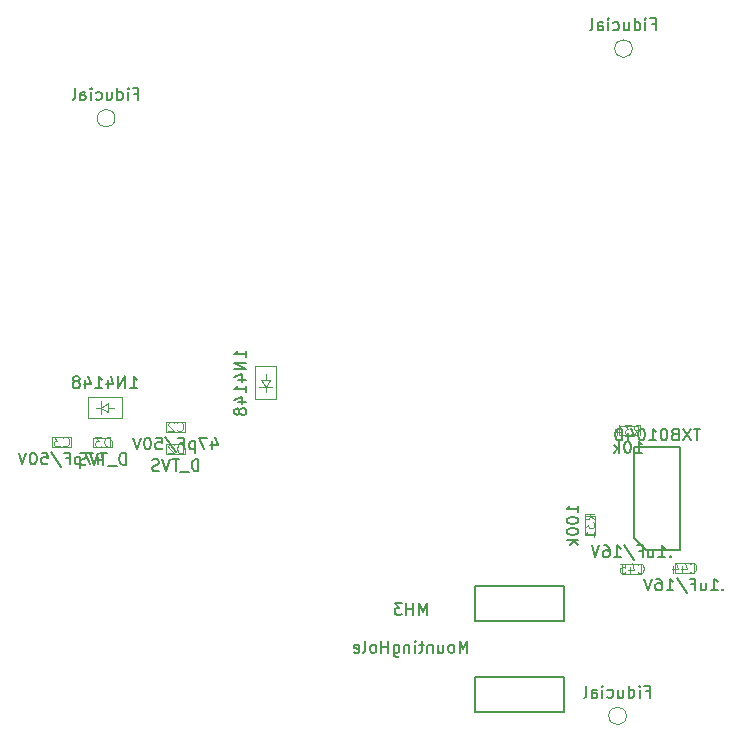
<source format=gbr>
G04 #@! TF.GenerationSoftware,KiCad,Pcbnew,8.0.8+dfsg-1*
G04 #@! TF.CreationDate,2025-03-16T16:51:27-04:00*
G04 #@! TF.ProjectId,RUST_Daughterboard,52555354-5f44-4617-9567-68746572626f,rev?*
G04 #@! TF.SameCoordinates,Original*
G04 #@! TF.FileFunction,AssemblyDrawing,Bot*
%FSLAX46Y46*%
G04 Gerber Fmt 4.6, Leading zero omitted, Abs format (unit mm)*
G04 Created by KiCad (PCBNEW 8.0.8+dfsg-1) date 2025-03-16 16:51:27*
%MOMM*%
%LPD*%
G01*
G04 APERTURE LIST*
%ADD10C,0.150000*%
%ADD11C,0.120000*%
%ADD12C,0.100000*%
G04 APERTURE END LIST*
D10*
X129853571Y-115734819D02*
X129853571Y-114734819D01*
X129853571Y-114734819D02*
X129615476Y-114734819D01*
X129615476Y-114734819D02*
X129472619Y-114782438D01*
X129472619Y-114782438D02*
X129377381Y-114877676D01*
X129377381Y-114877676D02*
X129329762Y-114972914D01*
X129329762Y-114972914D02*
X129282143Y-115163390D01*
X129282143Y-115163390D02*
X129282143Y-115306247D01*
X129282143Y-115306247D02*
X129329762Y-115496723D01*
X129329762Y-115496723D02*
X129377381Y-115591961D01*
X129377381Y-115591961D02*
X129472619Y-115687200D01*
X129472619Y-115687200D02*
X129615476Y-115734819D01*
X129615476Y-115734819D02*
X129853571Y-115734819D01*
X129091667Y-115830057D02*
X128329762Y-115830057D01*
X128234523Y-114734819D02*
X127663095Y-114734819D01*
X127948809Y-115734819D02*
X127948809Y-114734819D01*
X127472618Y-114734819D02*
X127139285Y-115734819D01*
X127139285Y-115734819D02*
X126805952Y-114734819D01*
X126520237Y-115687200D02*
X126377380Y-115734819D01*
X126377380Y-115734819D02*
X126139285Y-115734819D01*
X126139285Y-115734819D02*
X126044047Y-115687200D01*
X126044047Y-115687200D02*
X125996428Y-115639580D01*
X125996428Y-115639580D02*
X125948809Y-115544342D01*
X125948809Y-115544342D02*
X125948809Y-115449104D01*
X125948809Y-115449104D02*
X125996428Y-115353866D01*
X125996428Y-115353866D02*
X126044047Y-115306247D01*
X126044047Y-115306247D02*
X126139285Y-115258628D01*
X126139285Y-115258628D02*
X126329761Y-115211009D01*
X126329761Y-115211009D02*
X126424999Y-115163390D01*
X126424999Y-115163390D02*
X126472618Y-115115771D01*
X126472618Y-115115771D02*
X126520237Y-115020533D01*
X126520237Y-115020533D02*
X126520237Y-114925295D01*
X126520237Y-114925295D02*
X126472618Y-114830057D01*
X126472618Y-114830057D02*
X126424999Y-114782438D01*
X126424999Y-114782438D02*
X126329761Y-114734819D01*
X126329761Y-114734819D02*
X126091666Y-114734819D01*
X126091666Y-114734819D02*
X125948809Y-114782438D01*
D11*
X128515475Y-114213855D02*
X128515475Y-113413855D01*
X128515475Y-113413855D02*
X128324999Y-113413855D01*
X128324999Y-113413855D02*
X128210713Y-113451950D01*
X128210713Y-113451950D02*
X128134523Y-113528140D01*
X128134523Y-113528140D02*
X128096428Y-113604331D01*
X128096428Y-113604331D02*
X128058332Y-113756712D01*
X128058332Y-113756712D02*
X128058332Y-113870998D01*
X128058332Y-113870998D02*
X128096428Y-114023379D01*
X128096428Y-114023379D02*
X128134523Y-114099569D01*
X128134523Y-114099569D02*
X128210713Y-114175760D01*
X128210713Y-114175760D02*
X128324999Y-114213855D01*
X128324999Y-114213855D02*
X128515475Y-114213855D01*
X127791666Y-113413855D02*
X127296428Y-113413855D01*
X127296428Y-113413855D02*
X127563094Y-113718617D01*
X127563094Y-113718617D02*
X127448809Y-113718617D01*
X127448809Y-113718617D02*
X127372618Y-113756712D01*
X127372618Y-113756712D02*
X127334523Y-113794807D01*
X127334523Y-113794807D02*
X127296428Y-113870998D01*
X127296428Y-113870998D02*
X127296428Y-114061474D01*
X127296428Y-114061474D02*
X127334523Y-114137664D01*
X127334523Y-114137664D02*
X127372618Y-114175760D01*
X127372618Y-114175760D02*
X127448809Y-114213855D01*
X127448809Y-114213855D02*
X127677380Y-114213855D01*
X127677380Y-114213855D02*
X127753571Y-114175760D01*
X127753571Y-114175760D02*
X127791666Y-114137664D01*
D10*
X136003571Y-116284819D02*
X136003571Y-115284819D01*
X136003571Y-115284819D02*
X135765476Y-115284819D01*
X135765476Y-115284819D02*
X135622619Y-115332438D01*
X135622619Y-115332438D02*
X135527381Y-115427676D01*
X135527381Y-115427676D02*
X135479762Y-115522914D01*
X135479762Y-115522914D02*
X135432143Y-115713390D01*
X135432143Y-115713390D02*
X135432143Y-115856247D01*
X135432143Y-115856247D02*
X135479762Y-116046723D01*
X135479762Y-116046723D02*
X135527381Y-116141961D01*
X135527381Y-116141961D02*
X135622619Y-116237200D01*
X135622619Y-116237200D02*
X135765476Y-116284819D01*
X135765476Y-116284819D02*
X136003571Y-116284819D01*
X135241667Y-116380057D02*
X134479762Y-116380057D01*
X134384523Y-115284819D02*
X133813095Y-115284819D01*
X134098809Y-116284819D02*
X134098809Y-115284819D01*
X133622618Y-115284819D02*
X133289285Y-116284819D01*
X133289285Y-116284819D02*
X132955952Y-115284819D01*
X132670237Y-116237200D02*
X132527380Y-116284819D01*
X132527380Y-116284819D02*
X132289285Y-116284819D01*
X132289285Y-116284819D02*
X132194047Y-116237200D01*
X132194047Y-116237200D02*
X132146428Y-116189580D01*
X132146428Y-116189580D02*
X132098809Y-116094342D01*
X132098809Y-116094342D02*
X132098809Y-115999104D01*
X132098809Y-115999104D02*
X132146428Y-115903866D01*
X132146428Y-115903866D02*
X132194047Y-115856247D01*
X132194047Y-115856247D02*
X132289285Y-115808628D01*
X132289285Y-115808628D02*
X132479761Y-115761009D01*
X132479761Y-115761009D02*
X132574999Y-115713390D01*
X132574999Y-115713390D02*
X132622618Y-115665771D01*
X132622618Y-115665771D02*
X132670237Y-115570533D01*
X132670237Y-115570533D02*
X132670237Y-115475295D01*
X132670237Y-115475295D02*
X132622618Y-115380057D01*
X132622618Y-115380057D02*
X132574999Y-115332438D01*
X132574999Y-115332438D02*
X132479761Y-115284819D01*
X132479761Y-115284819D02*
X132241666Y-115284819D01*
X132241666Y-115284819D02*
X132098809Y-115332438D01*
D11*
X134665475Y-114763855D02*
X134665475Y-113963855D01*
X134665475Y-113963855D02*
X134474999Y-113963855D01*
X134474999Y-113963855D02*
X134360713Y-114001950D01*
X134360713Y-114001950D02*
X134284523Y-114078140D01*
X134284523Y-114078140D02*
X134246428Y-114154331D01*
X134246428Y-114154331D02*
X134208332Y-114306712D01*
X134208332Y-114306712D02*
X134208332Y-114420998D01*
X134208332Y-114420998D02*
X134246428Y-114573379D01*
X134246428Y-114573379D02*
X134284523Y-114649569D01*
X134284523Y-114649569D02*
X134360713Y-114725760D01*
X134360713Y-114725760D02*
X134474999Y-114763855D01*
X134474999Y-114763855D02*
X134665475Y-114763855D01*
X133903571Y-114040045D02*
X133865475Y-114001950D01*
X133865475Y-114001950D02*
X133789285Y-113963855D01*
X133789285Y-113963855D02*
X133598809Y-113963855D01*
X133598809Y-113963855D02*
X133522618Y-114001950D01*
X133522618Y-114001950D02*
X133484523Y-114040045D01*
X133484523Y-114040045D02*
X133446428Y-114116236D01*
X133446428Y-114116236D02*
X133446428Y-114192426D01*
X133446428Y-114192426D02*
X133484523Y-114306712D01*
X133484523Y-114306712D02*
X133941666Y-114763855D01*
X133941666Y-114763855D02*
X133446428Y-114763855D01*
D10*
X174380952Y-78431009D02*
X174714285Y-78431009D01*
X174714285Y-78954819D02*
X174714285Y-77954819D01*
X174714285Y-77954819D02*
X174238095Y-77954819D01*
X173857142Y-78954819D02*
X173857142Y-78288152D01*
X173857142Y-77954819D02*
X173904761Y-78002438D01*
X173904761Y-78002438D02*
X173857142Y-78050057D01*
X173857142Y-78050057D02*
X173809523Y-78002438D01*
X173809523Y-78002438D02*
X173857142Y-77954819D01*
X173857142Y-77954819D02*
X173857142Y-78050057D01*
X172952381Y-78954819D02*
X172952381Y-77954819D01*
X172952381Y-78907200D02*
X173047619Y-78954819D01*
X173047619Y-78954819D02*
X173238095Y-78954819D01*
X173238095Y-78954819D02*
X173333333Y-78907200D01*
X173333333Y-78907200D02*
X173380952Y-78859580D01*
X173380952Y-78859580D02*
X173428571Y-78764342D01*
X173428571Y-78764342D02*
X173428571Y-78478628D01*
X173428571Y-78478628D02*
X173380952Y-78383390D01*
X173380952Y-78383390D02*
X173333333Y-78335771D01*
X173333333Y-78335771D02*
X173238095Y-78288152D01*
X173238095Y-78288152D02*
X173047619Y-78288152D01*
X173047619Y-78288152D02*
X172952381Y-78335771D01*
X172047619Y-78288152D02*
X172047619Y-78954819D01*
X172476190Y-78288152D02*
X172476190Y-78811961D01*
X172476190Y-78811961D02*
X172428571Y-78907200D01*
X172428571Y-78907200D02*
X172333333Y-78954819D01*
X172333333Y-78954819D02*
X172190476Y-78954819D01*
X172190476Y-78954819D02*
X172095238Y-78907200D01*
X172095238Y-78907200D02*
X172047619Y-78859580D01*
X171142857Y-78907200D02*
X171238095Y-78954819D01*
X171238095Y-78954819D02*
X171428571Y-78954819D01*
X171428571Y-78954819D02*
X171523809Y-78907200D01*
X171523809Y-78907200D02*
X171571428Y-78859580D01*
X171571428Y-78859580D02*
X171619047Y-78764342D01*
X171619047Y-78764342D02*
X171619047Y-78478628D01*
X171619047Y-78478628D02*
X171571428Y-78383390D01*
X171571428Y-78383390D02*
X171523809Y-78335771D01*
X171523809Y-78335771D02*
X171428571Y-78288152D01*
X171428571Y-78288152D02*
X171238095Y-78288152D01*
X171238095Y-78288152D02*
X171142857Y-78335771D01*
X170714285Y-78954819D02*
X170714285Y-78288152D01*
X170714285Y-77954819D02*
X170761904Y-78002438D01*
X170761904Y-78002438D02*
X170714285Y-78050057D01*
X170714285Y-78050057D02*
X170666666Y-78002438D01*
X170666666Y-78002438D02*
X170714285Y-77954819D01*
X170714285Y-77954819D02*
X170714285Y-78050057D01*
X169809524Y-78954819D02*
X169809524Y-78431009D01*
X169809524Y-78431009D02*
X169857143Y-78335771D01*
X169857143Y-78335771D02*
X169952381Y-78288152D01*
X169952381Y-78288152D02*
X170142857Y-78288152D01*
X170142857Y-78288152D02*
X170238095Y-78335771D01*
X169809524Y-78907200D02*
X169904762Y-78954819D01*
X169904762Y-78954819D02*
X170142857Y-78954819D01*
X170142857Y-78954819D02*
X170238095Y-78907200D01*
X170238095Y-78907200D02*
X170285714Y-78811961D01*
X170285714Y-78811961D02*
X170285714Y-78716723D01*
X170285714Y-78716723D02*
X170238095Y-78621485D01*
X170238095Y-78621485D02*
X170142857Y-78573866D01*
X170142857Y-78573866D02*
X169904762Y-78573866D01*
X169904762Y-78573866D02*
X169809524Y-78526247D01*
X169190476Y-78954819D02*
X169285714Y-78907200D01*
X169285714Y-78907200D02*
X169333333Y-78811961D01*
X169333333Y-78811961D02*
X169333333Y-77954819D01*
X137171428Y-113768152D02*
X137171428Y-114434819D01*
X137409523Y-113387200D02*
X137647618Y-114101485D01*
X137647618Y-114101485D02*
X137028571Y-114101485D01*
X136742856Y-113434819D02*
X136076190Y-113434819D01*
X136076190Y-113434819D02*
X136504761Y-114434819D01*
X135695237Y-113768152D02*
X135695237Y-114768152D01*
X135695237Y-113815771D02*
X135599999Y-113768152D01*
X135599999Y-113768152D02*
X135409523Y-113768152D01*
X135409523Y-113768152D02*
X135314285Y-113815771D01*
X135314285Y-113815771D02*
X135266666Y-113863390D01*
X135266666Y-113863390D02*
X135219047Y-113958628D01*
X135219047Y-113958628D02*
X135219047Y-114244342D01*
X135219047Y-114244342D02*
X135266666Y-114339580D01*
X135266666Y-114339580D02*
X135314285Y-114387200D01*
X135314285Y-114387200D02*
X135409523Y-114434819D01*
X135409523Y-114434819D02*
X135599999Y-114434819D01*
X135599999Y-114434819D02*
X135695237Y-114387200D01*
X134457142Y-113911009D02*
X134790475Y-113911009D01*
X134790475Y-114434819D02*
X134790475Y-113434819D01*
X134790475Y-113434819D02*
X134314285Y-113434819D01*
X133219047Y-113387200D02*
X134076189Y-114672914D01*
X132409523Y-113434819D02*
X132885713Y-113434819D01*
X132885713Y-113434819D02*
X132933332Y-113911009D01*
X132933332Y-113911009D02*
X132885713Y-113863390D01*
X132885713Y-113863390D02*
X132790475Y-113815771D01*
X132790475Y-113815771D02*
X132552380Y-113815771D01*
X132552380Y-113815771D02*
X132457142Y-113863390D01*
X132457142Y-113863390D02*
X132409523Y-113911009D01*
X132409523Y-113911009D02*
X132361904Y-114006247D01*
X132361904Y-114006247D02*
X132361904Y-114244342D01*
X132361904Y-114244342D02*
X132409523Y-114339580D01*
X132409523Y-114339580D02*
X132457142Y-114387200D01*
X132457142Y-114387200D02*
X132552380Y-114434819D01*
X132552380Y-114434819D02*
X132790475Y-114434819D01*
X132790475Y-114434819D02*
X132885713Y-114387200D01*
X132885713Y-114387200D02*
X132933332Y-114339580D01*
X131742856Y-113434819D02*
X131647618Y-113434819D01*
X131647618Y-113434819D02*
X131552380Y-113482438D01*
X131552380Y-113482438D02*
X131504761Y-113530057D01*
X131504761Y-113530057D02*
X131457142Y-113625295D01*
X131457142Y-113625295D02*
X131409523Y-113815771D01*
X131409523Y-113815771D02*
X131409523Y-114053866D01*
X131409523Y-114053866D02*
X131457142Y-114244342D01*
X131457142Y-114244342D02*
X131504761Y-114339580D01*
X131504761Y-114339580D02*
X131552380Y-114387200D01*
X131552380Y-114387200D02*
X131647618Y-114434819D01*
X131647618Y-114434819D02*
X131742856Y-114434819D01*
X131742856Y-114434819D02*
X131838094Y-114387200D01*
X131838094Y-114387200D02*
X131885713Y-114339580D01*
X131885713Y-114339580D02*
X131933332Y-114244342D01*
X131933332Y-114244342D02*
X131980951Y-114053866D01*
X131980951Y-114053866D02*
X131980951Y-113815771D01*
X131980951Y-113815771D02*
X131933332Y-113625295D01*
X131933332Y-113625295D02*
X131885713Y-113530057D01*
X131885713Y-113530057D02*
X131838094Y-113482438D01*
X131838094Y-113482438D02*
X131742856Y-113434819D01*
X131123808Y-113434819D02*
X130790475Y-114434819D01*
X130790475Y-114434819D02*
X130457142Y-113434819D01*
D11*
X134233332Y-112837664D02*
X134271428Y-112875760D01*
X134271428Y-112875760D02*
X134385713Y-112913855D01*
X134385713Y-112913855D02*
X134461904Y-112913855D01*
X134461904Y-112913855D02*
X134576190Y-112875760D01*
X134576190Y-112875760D02*
X134652380Y-112799569D01*
X134652380Y-112799569D02*
X134690475Y-112723379D01*
X134690475Y-112723379D02*
X134728571Y-112570998D01*
X134728571Y-112570998D02*
X134728571Y-112456712D01*
X134728571Y-112456712D02*
X134690475Y-112304331D01*
X134690475Y-112304331D02*
X134652380Y-112228140D01*
X134652380Y-112228140D02*
X134576190Y-112151950D01*
X134576190Y-112151950D02*
X134461904Y-112113855D01*
X134461904Y-112113855D02*
X134385713Y-112113855D01*
X134385713Y-112113855D02*
X134271428Y-112151950D01*
X134271428Y-112151950D02*
X134233332Y-112190045D01*
X133928571Y-112190045D02*
X133890475Y-112151950D01*
X133890475Y-112151950D02*
X133814285Y-112113855D01*
X133814285Y-112113855D02*
X133623809Y-112113855D01*
X133623809Y-112113855D02*
X133547618Y-112151950D01*
X133547618Y-112151950D02*
X133509523Y-112190045D01*
X133509523Y-112190045D02*
X133471428Y-112266236D01*
X133471428Y-112266236D02*
X133471428Y-112342426D01*
X133471428Y-112342426D02*
X133509523Y-112456712D01*
X133509523Y-112456712D02*
X133966666Y-112913855D01*
X133966666Y-112913855D02*
X133471428Y-112913855D01*
D10*
X130580952Y-84331009D02*
X130914285Y-84331009D01*
X130914285Y-84854819D02*
X130914285Y-83854819D01*
X130914285Y-83854819D02*
X130438095Y-83854819D01*
X130057142Y-84854819D02*
X130057142Y-84188152D01*
X130057142Y-83854819D02*
X130104761Y-83902438D01*
X130104761Y-83902438D02*
X130057142Y-83950057D01*
X130057142Y-83950057D02*
X130009523Y-83902438D01*
X130009523Y-83902438D02*
X130057142Y-83854819D01*
X130057142Y-83854819D02*
X130057142Y-83950057D01*
X129152381Y-84854819D02*
X129152381Y-83854819D01*
X129152381Y-84807200D02*
X129247619Y-84854819D01*
X129247619Y-84854819D02*
X129438095Y-84854819D01*
X129438095Y-84854819D02*
X129533333Y-84807200D01*
X129533333Y-84807200D02*
X129580952Y-84759580D01*
X129580952Y-84759580D02*
X129628571Y-84664342D01*
X129628571Y-84664342D02*
X129628571Y-84378628D01*
X129628571Y-84378628D02*
X129580952Y-84283390D01*
X129580952Y-84283390D02*
X129533333Y-84235771D01*
X129533333Y-84235771D02*
X129438095Y-84188152D01*
X129438095Y-84188152D02*
X129247619Y-84188152D01*
X129247619Y-84188152D02*
X129152381Y-84235771D01*
X128247619Y-84188152D02*
X128247619Y-84854819D01*
X128676190Y-84188152D02*
X128676190Y-84711961D01*
X128676190Y-84711961D02*
X128628571Y-84807200D01*
X128628571Y-84807200D02*
X128533333Y-84854819D01*
X128533333Y-84854819D02*
X128390476Y-84854819D01*
X128390476Y-84854819D02*
X128295238Y-84807200D01*
X128295238Y-84807200D02*
X128247619Y-84759580D01*
X127342857Y-84807200D02*
X127438095Y-84854819D01*
X127438095Y-84854819D02*
X127628571Y-84854819D01*
X127628571Y-84854819D02*
X127723809Y-84807200D01*
X127723809Y-84807200D02*
X127771428Y-84759580D01*
X127771428Y-84759580D02*
X127819047Y-84664342D01*
X127819047Y-84664342D02*
X127819047Y-84378628D01*
X127819047Y-84378628D02*
X127771428Y-84283390D01*
X127771428Y-84283390D02*
X127723809Y-84235771D01*
X127723809Y-84235771D02*
X127628571Y-84188152D01*
X127628571Y-84188152D02*
X127438095Y-84188152D01*
X127438095Y-84188152D02*
X127342857Y-84235771D01*
X126914285Y-84854819D02*
X126914285Y-84188152D01*
X126914285Y-83854819D02*
X126961904Y-83902438D01*
X126961904Y-83902438D02*
X126914285Y-83950057D01*
X126914285Y-83950057D02*
X126866666Y-83902438D01*
X126866666Y-83902438D02*
X126914285Y-83854819D01*
X126914285Y-83854819D02*
X126914285Y-83950057D01*
X126009524Y-84854819D02*
X126009524Y-84331009D01*
X126009524Y-84331009D02*
X126057143Y-84235771D01*
X126057143Y-84235771D02*
X126152381Y-84188152D01*
X126152381Y-84188152D02*
X126342857Y-84188152D01*
X126342857Y-84188152D02*
X126438095Y-84235771D01*
X126009524Y-84807200D02*
X126104762Y-84854819D01*
X126104762Y-84854819D02*
X126342857Y-84854819D01*
X126342857Y-84854819D02*
X126438095Y-84807200D01*
X126438095Y-84807200D02*
X126485714Y-84711961D01*
X126485714Y-84711961D02*
X126485714Y-84616723D01*
X126485714Y-84616723D02*
X126438095Y-84521485D01*
X126438095Y-84521485D02*
X126342857Y-84473866D01*
X126342857Y-84473866D02*
X126104762Y-84473866D01*
X126104762Y-84473866D02*
X126009524Y-84426247D01*
X125390476Y-84854819D02*
X125485714Y-84807200D01*
X125485714Y-84807200D02*
X125533333Y-84711961D01*
X125533333Y-84711961D02*
X125533333Y-83854819D01*
X127496428Y-115043152D02*
X127496428Y-115709819D01*
X127734523Y-114662200D02*
X127972618Y-115376485D01*
X127972618Y-115376485D02*
X127353571Y-115376485D01*
X127067856Y-114709819D02*
X126401190Y-114709819D01*
X126401190Y-114709819D02*
X126829761Y-115709819D01*
X126020237Y-115043152D02*
X126020237Y-116043152D01*
X126020237Y-115090771D02*
X125924999Y-115043152D01*
X125924999Y-115043152D02*
X125734523Y-115043152D01*
X125734523Y-115043152D02*
X125639285Y-115090771D01*
X125639285Y-115090771D02*
X125591666Y-115138390D01*
X125591666Y-115138390D02*
X125544047Y-115233628D01*
X125544047Y-115233628D02*
X125544047Y-115519342D01*
X125544047Y-115519342D02*
X125591666Y-115614580D01*
X125591666Y-115614580D02*
X125639285Y-115662200D01*
X125639285Y-115662200D02*
X125734523Y-115709819D01*
X125734523Y-115709819D02*
X125924999Y-115709819D01*
X125924999Y-115709819D02*
X126020237Y-115662200D01*
X124782142Y-115186009D02*
X125115475Y-115186009D01*
X125115475Y-115709819D02*
X125115475Y-114709819D01*
X125115475Y-114709819D02*
X124639285Y-114709819D01*
X123544047Y-114662200D02*
X124401189Y-115947914D01*
X122734523Y-114709819D02*
X123210713Y-114709819D01*
X123210713Y-114709819D02*
X123258332Y-115186009D01*
X123258332Y-115186009D02*
X123210713Y-115138390D01*
X123210713Y-115138390D02*
X123115475Y-115090771D01*
X123115475Y-115090771D02*
X122877380Y-115090771D01*
X122877380Y-115090771D02*
X122782142Y-115138390D01*
X122782142Y-115138390D02*
X122734523Y-115186009D01*
X122734523Y-115186009D02*
X122686904Y-115281247D01*
X122686904Y-115281247D02*
X122686904Y-115519342D01*
X122686904Y-115519342D02*
X122734523Y-115614580D01*
X122734523Y-115614580D02*
X122782142Y-115662200D01*
X122782142Y-115662200D02*
X122877380Y-115709819D01*
X122877380Y-115709819D02*
X123115475Y-115709819D01*
X123115475Y-115709819D02*
X123210713Y-115662200D01*
X123210713Y-115662200D02*
X123258332Y-115614580D01*
X122067856Y-114709819D02*
X121972618Y-114709819D01*
X121972618Y-114709819D02*
X121877380Y-114757438D01*
X121877380Y-114757438D02*
X121829761Y-114805057D01*
X121829761Y-114805057D02*
X121782142Y-114900295D01*
X121782142Y-114900295D02*
X121734523Y-115090771D01*
X121734523Y-115090771D02*
X121734523Y-115328866D01*
X121734523Y-115328866D02*
X121782142Y-115519342D01*
X121782142Y-115519342D02*
X121829761Y-115614580D01*
X121829761Y-115614580D02*
X121877380Y-115662200D01*
X121877380Y-115662200D02*
X121972618Y-115709819D01*
X121972618Y-115709819D02*
X122067856Y-115709819D01*
X122067856Y-115709819D02*
X122163094Y-115662200D01*
X122163094Y-115662200D02*
X122210713Y-115614580D01*
X122210713Y-115614580D02*
X122258332Y-115519342D01*
X122258332Y-115519342D02*
X122305951Y-115328866D01*
X122305951Y-115328866D02*
X122305951Y-115090771D01*
X122305951Y-115090771D02*
X122258332Y-114900295D01*
X122258332Y-114900295D02*
X122210713Y-114805057D01*
X122210713Y-114805057D02*
X122163094Y-114757438D01*
X122163094Y-114757438D02*
X122067856Y-114709819D01*
X121448808Y-114709819D02*
X121115475Y-115709819D01*
X121115475Y-115709819D02*
X120782142Y-114709819D01*
D11*
X124558332Y-114112664D02*
X124596428Y-114150760D01*
X124596428Y-114150760D02*
X124710713Y-114188855D01*
X124710713Y-114188855D02*
X124786904Y-114188855D01*
X124786904Y-114188855D02*
X124901190Y-114150760D01*
X124901190Y-114150760D02*
X124977380Y-114074569D01*
X124977380Y-114074569D02*
X125015475Y-113998379D01*
X125015475Y-113998379D02*
X125053571Y-113845998D01*
X125053571Y-113845998D02*
X125053571Y-113731712D01*
X125053571Y-113731712D02*
X125015475Y-113579331D01*
X125015475Y-113579331D02*
X124977380Y-113503140D01*
X124977380Y-113503140D02*
X124901190Y-113426950D01*
X124901190Y-113426950D02*
X124786904Y-113388855D01*
X124786904Y-113388855D02*
X124710713Y-113388855D01*
X124710713Y-113388855D02*
X124596428Y-113426950D01*
X124596428Y-113426950D02*
X124558332Y-113465045D01*
X124291666Y-113388855D02*
X123796428Y-113388855D01*
X123796428Y-113388855D02*
X124063094Y-113693617D01*
X124063094Y-113693617D02*
X123948809Y-113693617D01*
X123948809Y-113693617D02*
X123872618Y-113731712D01*
X123872618Y-113731712D02*
X123834523Y-113769807D01*
X123834523Y-113769807D02*
X123796428Y-113845998D01*
X123796428Y-113845998D02*
X123796428Y-114036474D01*
X123796428Y-114036474D02*
X123834523Y-114112664D01*
X123834523Y-114112664D02*
X123872618Y-114150760D01*
X123872618Y-114150760D02*
X123948809Y-114188855D01*
X123948809Y-114188855D02*
X124177380Y-114188855D01*
X124177380Y-114188855D02*
X124253571Y-114150760D01*
X124253571Y-114150760D02*
X124291666Y-114112664D01*
D10*
X130242857Y-109254819D02*
X130814285Y-109254819D01*
X130528571Y-109254819D02*
X130528571Y-108254819D01*
X130528571Y-108254819D02*
X130623809Y-108397676D01*
X130623809Y-108397676D02*
X130719047Y-108492914D01*
X130719047Y-108492914D02*
X130814285Y-108540533D01*
X129814285Y-109254819D02*
X129814285Y-108254819D01*
X129814285Y-108254819D02*
X129242857Y-109254819D01*
X129242857Y-109254819D02*
X129242857Y-108254819D01*
X128338095Y-108588152D02*
X128338095Y-109254819D01*
X128576190Y-108207200D02*
X128814285Y-108921485D01*
X128814285Y-108921485D02*
X128195238Y-108921485D01*
X127290476Y-109254819D02*
X127861904Y-109254819D01*
X127576190Y-109254819D02*
X127576190Y-108254819D01*
X127576190Y-108254819D02*
X127671428Y-108397676D01*
X127671428Y-108397676D02*
X127766666Y-108492914D01*
X127766666Y-108492914D02*
X127861904Y-108540533D01*
X126433333Y-108588152D02*
X126433333Y-109254819D01*
X126671428Y-108207200D02*
X126909523Y-108921485D01*
X126909523Y-108921485D02*
X126290476Y-108921485D01*
X125766666Y-108683390D02*
X125861904Y-108635771D01*
X125861904Y-108635771D02*
X125909523Y-108588152D01*
X125909523Y-108588152D02*
X125957142Y-108492914D01*
X125957142Y-108492914D02*
X125957142Y-108445295D01*
X125957142Y-108445295D02*
X125909523Y-108350057D01*
X125909523Y-108350057D02*
X125861904Y-108302438D01*
X125861904Y-108302438D02*
X125766666Y-108254819D01*
X125766666Y-108254819D02*
X125576190Y-108254819D01*
X125576190Y-108254819D02*
X125480952Y-108302438D01*
X125480952Y-108302438D02*
X125433333Y-108350057D01*
X125433333Y-108350057D02*
X125385714Y-108445295D01*
X125385714Y-108445295D02*
X125385714Y-108492914D01*
X125385714Y-108492914D02*
X125433333Y-108588152D01*
X125433333Y-108588152D02*
X125480952Y-108635771D01*
X125480952Y-108635771D02*
X125576190Y-108683390D01*
X125576190Y-108683390D02*
X125766666Y-108683390D01*
X125766666Y-108683390D02*
X125861904Y-108731009D01*
X125861904Y-108731009D02*
X125909523Y-108778628D01*
X125909523Y-108778628D02*
X125957142Y-108873866D01*
X125957142Y-108873866D02*
X125957142Y-109064342D01*
X125957142Y-109064342D02*
X125909523Y-109159580D01*
X125909523Y-109159580D02*
X125861904Y-109207200D01*
X125861904Y-109207200D02*
X125766666Y-109254819D01*
X125766666Y-109254819D02*
X125576190Y-109254819D01*
X125576190Y-109254819D02*
X125480952Y-109207200D01*
X125480952Y-109207200D02*
X125433333Y-109159580D01*
X125433333Y-109159580D02*
X125385714Y-109064342D01*
X125385714Y-109064342D02*
X125385714Y-108873866D01*
X125385714Y-108873866D02*
X125433333Y-108778628D01*
X125433333Y-108778628D02*
X125480952Y-108731009D01*
X125480952Y-108731009D02*
X125576190Y-108683390D01*
X168174819Y-119778571D02*
X168174819Y-119207143D01*
X168174819Y-119492857D02*
X167174819Y-119492857D01*
X167174819Y-119492857D02*
X167317676Y-119397619D01*
X167317676Y-119397619D02*
X167412914Y-119302381D01*
X167412914Y-119302381D02*
X167460533Y-119207143D01*
X167174819Y-120397619D02*
X167174819Y-120492857D01*
X167174819Y-120492857D02*
X167222438Y-120588095D01*
X167222438Y-120588095D02*
X167270057Y-120635714D01*
X167270057Y-120635714D02*
X167365295Y-120683333D01*
X167365295Y-120683333D02*
X167555771Y-120730952D01*
X167555771Y-120730952D02*
X167793866Y-120730952D01*
X167793866Y-120730952D02*
X167984342Y-120683333D01*
X167984342Y-120683333D02*
X168079580Y-120635714D01*
X168079580Y-120635714D02*
X168127200Y-120588095D01*
X168127200Y-120588095D02*
X168174819Y-120492857D01*
X168174819Y-120492857D02*
X168174819Y-120397619D01*
X168174819Y-120397619D02*
X168127200Y-120302381D01*
X168127200Y-120302381D02*
X168079580Y-120254762D01*
X168079580Y-120254762D02*
X167984342Y-120207143D01*
X167984342Y-120207143D02*
X167793866Y-120159524D01*
X167793866Y-120159524D02*
X167555771Y-120159524D01*
X167555771Y-120159524D02*
X167365295Y-120207143D01*
X167365295Y-120207143D02*
X167270057Y-120254762D01*
X167270057Y-120254762D02*
X167222438Y-120302381D01*
X167222438Y-120302381D02*
X167174819Y-120397619D01*
X167174819Y-121350000D02*
X167174819Y-121445238D01*
X167174819Y-121445238D02*
X167222438Y-121540476D01*
X167222438Y-121540476D02*
X167270057Y-121588095D01*
X167270057Y-121588095D02*
X167365295Y-121635714D01*
X167365295Y-121635714D02*
X167555771Y-121683333D01*
X167555771Y-121683333D02*
X167793866Y-121683333D01*
X167793866Y-121683333D02*
X167984342Y-121635714D01*
X167984342Y-121635714D02*
X168079580Y-121588095D01*
X168079580Y-121588095D02*
X168127200Y-121540476D01*
X168127200Y-121540476D02*
X168174819Y-121445238D01*
X168174819Y-121445238D02*
X168174819Y-121350000D01*
X168174819Y-121350000D02*
X168127200Y-121254762D01*
X168127200Y-121254762D02*
X168079580Y-121207143D01*
X168079580Y-121207143D02*
X167984342Y-121159524D01*
X167984342Y-121159524D02*
X167793866Y-121111905D01*
X167793866Y-121111905D02*
X167555771Y-121111905D01*
X167555771Y-121111905D02*
X167365295Y-121159524D01*
X167365295Y-121159524D02*
X167270057Y-121207143D01*
X167270057Y-121207143D02*
X167222438Y-121254762D01*
X167222438Y-121254762D02*
X167174819Y-121350000D01*
X168174819Y-122111905D02*
X167174819Y-122111905D01*
X167793866Y-122207143D02*
X168174819Y-122492857D01*
X167508152Y-122492857D02*
X167889104Y-122111905D01*
D11*
X169513855Y-120335714D02*
X169132902Y-120069047D01*
X169513855Y-119878571D02*
X168713855Y-119878571D01*
X168713855Y-119878571D02*
X168713855Y-120183333D01*
X168713855Y-120183333D02*
X168751950Y-120259523D01*
X168751950Y-120259523D02*
X168790045Y-120297618D01*
X168790045Y-120297618D02*
X168866236Y-120335714D01*
X168866236Y-120335714D02*
X168980521Y-120335714D01*
X168980521Y-120335714D02*
X169056712Y-120297618D01*
X169056712Y-120297618D02*
X169094807Y-120259523D01*
X169094807Y-120259523D02*
X169132902Y-120183333D01*
X169132902Y-120183333D02*
X169132902Y-119878571D01*
X168713855Y-120602380D02*
X168713855Y-121097618D01*
X168713855Y-121097618D02*
X169018617Y-120830952D01*
X169018617Y-120830952D02*
X169018617Y-120945237D01*
X169018617Y-120945237D02*
X169056712Y-121021428D01*
X169056712Y-121021428D02*
X169094807Y-121059523D01*
X169094807Y-121059523D02*
X169170998Y-121097618D01*
X169170998Y-121097618D02*
X169361474Y-121097618D01*
X169361474Y-121097618D02*
X169437664Y-121059523D01*
X169437664Y-121059523D02*
X169475760Y-121021428D01*
X169475760Y-121021428D02*
X169513855Y-120945237D01*
X169513855Y-120945237D02*
X169513855Y-120716666D01*
X169513855Y-120716666D02*
X169475760Y-120640475D01*
X169475760Y-120640475D02*
X169437664Y-120602380D01*
X169513855Y-121859523D02*
X169513855Y-121402380D01*
X169513855Y-121630952D02*
X168713855Y-121630952D01*
X168713855Y-121630952D02*
X168828140Y-121554761D01*
X168828140Y-121554761D02*
X168904331Y-121478571D01*
X168904331Y-121478571D02*
X168942426Y-121402380D01*
D10*
X140054819Y-106657142D02*
X140054819Y-106085714D01*
X140054819Y-106371428D02*
X139054819Y-106371428D01*
X139054819Y-106371428D02*
X139197676Y-106276190D01*
X139197676Y-106276190D02*
X139292914Y-106180952D01*
X139292914Y-106180952D02*
X139340533Y-106085714D01*
X140054819Y-107085714D02*
X139054819Y-107085714D01*
X139054819Y-107085714D02*
X140054819Y-107657142D01*
X140054819Y-107657142D02*
X139054819Y-107657142D01*
X139388152Y-108561904D02*
X140054819Y-108561904D01*
X139007200Y-108323809D02*
X139721485Y-108085714D01*
X139721485Y-108085714D02*
X139721485Y-108704761D01*
X140054819Y-109609523D02*
X140054819Y-109038095D01*
X140054819Y-109323809D02*
X139054819Y-109323809D01*
X139054819Y-109323809D02*
X139197676Y-109228571D01*
X139197676Y-109228571D02*
X139292914Y-109133333D01*
X139292914Y-109133333D02*
X139340533Y-109038095D01*
X139388152Y-110466666D02*
X140054819Y-110466666D01*
X139007200Y-110228571D02*
X139721485Y-109990476D01*
X139721485Y-109990476D02*
X139721485Y-110609523D01*
X139483390Y-111133333D02*
X139435771Y-111038095D01*
X139435771Y-111038095D02*
X139388152Y-110990476D01*
X139388152Y-110990476D02*
X139292914Y-110942857D01*
X139292914Y-110942857D02*
X139245295Y-110942857D01*
X139245295Y-110942857D02*
X139150057Y-110990476D01*
X139150057Y-110990476D02*
X139102438Y-111038095D01*
X139102438Y-111038095D02*
X139054819Y-111133333D01*
X139054819Y-111133333D02*
X139054819Y-111323809D01*
X139054819Y-111323809D02*
X139102438Y-111419047D01*
X139102438Y-111419047D02*
X139150057Y-111466666D01*
X139150057Y-111466666D02*
X139245295Y-111514285D01*
X139245295Y-111514285D02*
X139292914Y-111514285D01*
X139292914Y-111514285D02*
X139388152Y-111466666D01*
X139388152Y-111466666D02*
X139435771Y-111419047D01*
X139435771Y-111419047D02*
X139483390Y-111323809D01*
X139483390Y-111323809D02*
X139483390Y-111133333D01*
X139483390Y-111133333D02*
X139531009Y-111038095D01*
X139531009Y-111038095D02*
X139578628Y-110990476D01*
X139578628Y-110990476D02*
X139673866Y-110942857D01*
X139673866Y-110942857D02*
X139864342Y-110942857D01*
X139864342Y-110942857D02*
X139959580Y-110990476D01*
X139959580Y-110990476D02*
X140007200Y-111038095D01*
X140007200Y-111038095D02*
X140054819Y-111133333D01*
X140054819Y-111133333D02*
X140054819Y-111323809D01*
X140054819Y-111323809D02*
X140007200Y-111419047D01*
X140007200Y-111419047D02*
X139959580Y-111466666D01*
X139959580Y-111466666D02*
X139864342Y-111514285D01*
X139864342Y-111514285D02*
X139673866Y-111514285D01*
X139673866Y-111514285D02*
X139578628Y-111466666D01*
X139578628Y-111466666D02*
X139531009Y-111419047D01*
X139531009Y-111419047D02*
X139483390Y-111323809D01*
X158785714Y-131654819D02*
X158785714Y-130654819D01*
X158785714Y-130654819D02*
X158452381Y-131369104D01*
X158452381Y-131369104D02*
X158119048Y-130654819D01*
X158119048Y-130654819D02*
X158119048Y-131654819D01*
X157500000Y-131654819D02*
X157595238Y-131607200D01*
X157595238Y-131607200D02*
X157642857Y-131559580D01*
X157642857Y-131559580D02*
X157690476Y-131464342D01*
X157690476Y-131464342D02*
X157690476Y-131178628D01*
X157690476Y-131178628D02*
X157642857Y-131083390D01*
X157642857Y-131083390D02*
X157595238Y-131035771D01*
X157595238Y-131035771D02*
X157500000Y-130988152D01*
X157500000Y-130988152D02*
X157357143Y-130988152D01*
X157357143Y-130988152D02*
X157261905Y-131035771D01*
X157261905Y-131035771D02*
X157214286Y-131083390D01*
X157214286Y-131083390D02*
X157166667Y-131178628D01*
X157166667Y-131178628D02*
X157166667Y-131464342D01*
X157166667Y-131464342D02*
X157214286Y-131559580D01*
X157214286Y-131559580D02*
X157261905Y-131607200D01*
X157261905Y-131607200D02*
X157357143Y-131654819D01*
X157357143Y-131654819D02*
X157500000Y-131654819D01*
X156309524Y-130988152D02*
X156309524Y-131654819D01*
X156738095Y-130988152D02*
X156738095Y-131511961D01*
X156738095Y-131511961D02*
X156690476Y-131607200D01*
X156690476Y-131607200D02*
X156595238Y-131654819D01*
X156595238Y-131654819D02*
X156452381Y-131654819D01*
X156452381Y-131654819D02*
X156357143Y-131607200D01*
X156357143Y-131607200D02*
X156309524Y-131559580D01*
X155833333Y-130988152D02*
X155833333Y-131654819D01*
X155833333Y-131083390D02*
X155785714Y-131035771D01*
X155785714Y-131035771D02*
X155690476Y-130988152D01*
X155690476Y-130988152D02*
X155547619Y-130988152D01*
X155547619Y-130988152D02*
X155452381Y-131035771D01*
X155452381Y-131035771D02*
X155404762Y-131131009D01*
X155404762Y-131131009D02*
X155404762Y-131654819D01*
X155071428Y-130988152D02*
X154690476Y-130988152D01*
X154928571Y-130654819D02*
X154928571Y-131511961D01*
X154928571Y-131511961D02*
X154880952Y-131607200D01*
X154880952Y-131607200D02*
X154785714Y-131654819D01*
X154785714Y-131654819D02*
X154690476Y-131654819D01*
X154357142Y-131654819D02*
X154357142Y-130988152D01*
X154357142Y-130654819D02*
X154404761Y-130702438D01*
X154404761Y-130702438D02*
X154357142Y-130750057D01*
X154357142Y-130750057D02*
X154309523Y-130702438D01*
X154309523Y-130702438D02*
X154357142Y-130654819D01*
X154357142Y-130654819D02*
X154357142Y-130750057D01*
X153880952Y-130988152D02*
X153880952Y-131654819D01*
X153880952Y-131083390D02*
X153833333Y-131035771D01*
X153833333Y-131035771D02*
X153738095Y-130988152D01*
X153738095Y-130988152D02*
X153595238Y-130988152D01*
X153595238Y-130988152D02*
X153500000Y-131035771D01*
X153500000Y-131035771D02*
X153452381Y-131131009D01*
X153452381Y-131131009D02*
X153452381Y-131654819D01*
X152547619Y-130988152D02*
X152547619Y-131797676D01*
X152547619Y-131797676D02*
X152595238Y-131892914D01*
X152595238Y-131892914D02*
X152642857Y-131940533D01*
X152642857Y-131940533D02*
X152738095Y-131988152D01*
X152738095Y-131988152D02*
X152880952Y-131988152D01*
X152880952Y-131988152D02*
X152976190Y-131940533D01*
X152547619Y-131607200D02*
X152642857Y-131654819D01*
X152642857Y-131654819D02*
X152833333Y-131654819D01*
X152833333Y-131654819D02*
X152928571Y-131607200D01*
X152928571Y-131607200D02*
X152976190Y-131559580D01*
X152976190Y-131559580D02*
X153023809Y-131464342D01*
X153023809Y-131464342D02*
X153023809Y-131178628D01*
X153023809Y-131178628D02*
X152976190Y-131083390D01*
X152976190Y-131083390D02*
X152928571Y-131035771D01*
X152928571Y-131035771D02*
X152833333Y-130988152D01*
X152833333Y-130988152D02*
X152642857Y-130988152D01*
X152642857Y-130988152D02*
X152547619Y-131035771D01*
X152071428Y-131654819D02*
X152071428Y-130654819D01*
X152071428Y-131131009D02*
X151500000Y-131131009D01*
X151500000Y-131654819D02*
X151500000Y-130654819D01*
X150880952Y-131654819D02*
X150976190Y-131607200D01*
X150976190Y-131607200D02*
X151023809Y-131559580D01*
X151023809Y-131559580D02*
X151071428Y-131464342D01*
X151071428Y-131464342D02*
X151071428Y-131178628D01*
X151071428Y-131178628D02*
X151023809Y-131083390D01*
X151023809Y-131083390D02*
X150976190Y-131035771D01*
X150976190Y-131035771D02*
X150880952Y-130988152D01*
X150880952Y-130988152D02*
X150738095Y-130988152D01*
X150738095Y-130988152D02*
X150642857Y-131035771D01*
X150642857Y-131035771D02*
X150595238Y-131083390D01*
X150595238Y-131083390D02*
X150547619Y-131178628D01*
X150547619Y-131178628D02*
X150547619Y-131464342D01*
X150547619Y-131464342D02*
X150595238Y-131559580D01*
X150595238Y-131559580D02*
X150642857Y-131607200D01*
X150642857Y-131607200D02*
X150738095Y-131654819D01*
X150738095Y-131654819D02*
X150880952Y-131654819D01*
X149976190Y-131654819D02*
X150071428Y-131607200D01*
X150071428Y-131607200D02*
X150119047Y-131511961D01*
X150119047Y-131511961D02*
X150119047Y-130654819D01*
X149214285Y-131607200D02*
X149309523Y-131654819D01*
X149309523Y-131654819D02*
X149499999Y-131654819D01*
X149499999Y-131654819D02*
X149595237Y-131607200D01*
X149595237Y-131607200D02*
X149642856Y-131511961D01*
X149642856Y-131511961D02*
X149642856Y-131131009D01*
X149642856Y-131131009D02*
X149595237Y-131035771D01*
X149595237Y-131035771D02*
X149499999Y-130988152D01*
X149499999Y-130988152D02*
X149309523Y-130988152D01*
X149309523Y-130988152D02*
X149214285Y-131035771D01*
X149214285Y-131035771D02*
X149166666Y-131131009D01*
X149166666Y-131131009D02*
X149166666Y-131226247D01*
X149166666Y-131226247D02*
X149642856Y-131321485D01*
X155333332Y-128454819D02*
X155333332Y-127454819D01*
X155333332Y-127454819D02*
X154999999Y-128169104D01*
X154999999Y-128169104D02*
X154666666Y-127454819D01*
X154666666Y-127454819D02*
X154666666Y-128454819D01*
X154190475Y-128454819D02*
X154190475Y-127454819D01*
X154190475Y-127931009D02*
X153619047Y-127931009D01*
X153619047Y-128454819D02*
X153619047Y-127454819D01*
X153238094Y-127454819D02*
X152619047Y-127454819D01*
X152619047Y-127454819D02*
X152952380Y-127835771D01*
X152952380Y-127835771D02*
X152809523Y-127835771D01*
X152809523Y-127835771D02*
X152714285Y-127883390D01*
X152714285Y-127883390D02*
X152666666Y-127931009D01*
X152666666Y-127931009D02*
X152619047Y-128026247D01*
X152619047Y-128026247D02*
X152619047Y-128264342D01*
X152619047Y-128264342D02*
X152666666Y-128359580D01*
X152666666Y-128359580D02*
X152714285Y-128407200D01*
X152714285Y-128407200D02*
X152809523Y-128454819D01*
X152809523Y-128454819D02*
X153095237Y-128454819D01*
X153095237Y-128454819D02*
X153190475Y-128407200D01*
X153190475Y-128407200D02*
X153238094Y-128359580D01*
X172995238Y-114734819D02*
X173566666Y-114734819D01*
X173280952Y-114734819D02*
X173280952Y-113734819D01*
X173280952Y-113734819D02*
X173376190Y-113877676D01*
X173376190Y-113877676D02*
X173471428Y-113972914D01*
X173471428Y-113972914D02*
X173566666Y-114020533D01*
X172376190Y-113734819D02*
X172280952Y-113734819D01*
X172280952Y-113734819D02*
X172185714Y-113782438D01*
X172185714Y-113782438D02*
X172138095Y-113830057D01*
X172138095Y-113830057D02*
X172090476Y-113925295D01*
X172090476Y-113925295D02*
X172042857Y-114115771D01*
X172042857Y-114115771D02*
X172042857Y-114353866D01*
X172042857Y-114353866D02*
X172090476Y-114544342D01*
X172090476Y-114544342D02*
X172138095Y-114639580D01*
X172138095Y-114639580D02*
X172185714Y-114687200D01*
X172185714Y-114687200D02*
X172280952Y-114734819D01*
X172280952Y-114734819D02*
X172376190Y-114734819D01*
X172376190Y-114734819D02*
X172471428Y-114687200D01*
X172471428Y-114687200D02*
X172519047Y-114639580D01*
X172519047Y-114639580D02*
X172566666Y-114544342D01*
X172566666Y-114544342D02*
X172614285Y-114353866D01*
X172614285Y-114353866D02*
X172614285Y-114115771D01*
X172614285Y-114115771D02*
X172566666Y-113925295D01*
X172566666Y-113925295D02*
X172519047Y-113830057D01*
X172519047Y-113830057D02*
X172471428Y-113782438D01*
X172471428Y-113782438D02*
X172376190Y-113734819D01*
X171614285Y-114734819D02*
X171614285Y-113734819D01*
X171519047Y-114353866D02*
X171233333Y-114734819D01*
X171233333Y-114068152D02*
X171614285Y-114449104D01*
D11*
X172914285Y-113213855D02*
X173180952Y-112832902D01*
X173371428Y-113213855D02*
X173371428Y-112413855D01*
X173371428Y-112413855D02*
X173066666Y-112413855D01*
X173066666Y-112413855D02*
X172990476Y-112451950D01*
X172990476Y-112451950D02*
X172952381Y-112490045D01*
X172952381Y-112490045D02*
X172914285Y-112566236D01*
X172914285Y-112566236D02*
X172914285Y-112680521D01*
X172914285Y-112680521D02*
X172952381Y-112756712D01*
X172952381Y-112756712D02*
X172990476Y-112794807D01*
X172990476Y-112794807D02*
X173066666Y-112832902D01*
X173066666Y-112832902D02*
X173371428Y-112832902D01*
X172647619Y-112413855D02*
X172152381Y-112413855D01*
X172152381Y-112413855D02*
X172419047Y-112718617D01*
X172419047Y-112718617D02*
X172304762Y-112718617D01*
X172304762Y-112718617D02*
X172228571Y-112756712D01*
X172228571Y-112756712D02*
X172190476Y-112794807D01*
X172190476Y-112794807D02*
X172152381Y-112870998D01*
X172152381Y-112870998D02*
X172152381Y-113061474D01*
X172152381Y-113061474D02*
X172190476Y-113137664D01*
X172190476Y-113137664D02*
X172228571Y-113175760D01*
X172228571Y-113175760D02*
X172304762Y-113213855D01*
X172304762Y-113213855D02*
X172533333Y-113213855D01*
X172533333Y-113213855D02*
X172609524Y-113175760D01*
X172609524Y-113175760D02*
X172647619Y-113137664D01*
X171466666Y-112680521D02*
X171466666Y-113213855D01*
X171657142Y-112375760D02*
X171847619Y-112947188D01*
X171847619Y-112947188D02*
X171352380Y-112947188D01*
D10*
X180411904Y-126289580D02*
X180364285Y-126337200D01*
X180364285Y-126337200D02*
X180411904Y-126384819D01*
X180411904Y-126384819D02*
X180459523Y-126337200D01*
X180459523Y-126337200D02*
X180411904Y-126289580D01*
X180411904Y-126289580D02*
X180411904Y-126384819D01*
X179411905Y-126384819D02*
X179983333Y-126384819D01*
X179697619Y-126384819D02*
X179697619Y-125384819D01*
X179697619Y-125384819D02*
X179792857Y-125527676D01*
X179792857Y-125527676D02*
X179888095Y-125622914D01*
X179888095Y-125622914D02*
X179983333Y-125670533D01*
X178554762Y-125718152D02*
X178554762Y-126384819D01*
X178983333Y-125718152D02*
X178983333Y-126241961D01*
X178983333Y-126241961D02*
X178935714Y-126337200D01*
X178935714Y-126337200D02*
X178840476Y-126384819D01*
X178840476Y-126384819D02*
X178697619Y-126384819D01*
X178697619Y-126384819D02*
X178602381Y-126337200D01*
X178602381Y-126337200D02*
X178554762Y-126289580D01*
X177745238Y-125861009D02*
X178078571Y-125861009D01*
X178078571Y-126384819D02*
X178078571Y-125384819D01*
X178078571Y-125384819D02*
X177602381Y-125384819D01*
X176507143Y-125337200D02*
X177364285Y-126622914D01*
X175650000Y-126384819D02*
X176221428Y-126384819D01*
X175935714Y-126384819D02*
X175935714Y-125384819D01*
X175935714Y-125384819D02*
X176030952Y-125527676D01*
X176030952Y-125527676D02*
X176126190Y-125622914D01*
X176126190Y-125622914D02*
X176221428Y-125670533D01*
X174792857Y-125384819D02*
X174983333Y-125384819D01*
X174983333Y-125384819D02*
X175078571Y-125432438D01*
X175078571Y-125432438D02*
X175126190Y-125480057D01*
X175126190Y-125480057D02*
X175221428Y-125622914D01*
X175221428Y-125622914D02*
X175269047Y-125813390D01*
X175269047Y-125813390D02*
X175269047Y-126194342D01*
X175269047Y-126194342D02*
X175221428Y-126289580D01*
X175221428Y-126289580D02*
X175173809Y-126337200D01*
X175173809Y-126337200D02*
X175078571Y-126384819D01*
X175078571Y-126384819D02*
X174888095Y-126384819D01*
X174888095Y-126384819D02*
X174792857Y-126337200D01*
X174792857Y-126337200D02*
X174745238Y-126289580D01*
X174745238Y-126289580D02*
X174697619Y-126194342D01*
X174697619Y-126194342D02*
X174697619Y-125956247D01*
X174697619Y-125956247D02*
X174745238Y-125861009D01*
X174745238Y-125861009D02*
X174792857Y-125813390D01*
X174792857Y-125813390D02*
X174888095Y-125765771D01*
X174888095Y-125765771D02*
X175078571Y-125765771D01*
X175078571Y-125765771D02*
X175173809Y-125813390D01*
X175173809Y-125813390D02*
X175221428Y-125861009D01*
X175221428Y-125861009D02*
X175269047Y-125956247D01*
X174411904Y-125384819D02*
X174078571Y-126384819D01*
X174078571Y-126384819D02*
X173745238Y-125384819D01*
D11*
X177664285Y-124787664D02*
X177702381Y-124825760D01*
X177702381Y-124825760D02*
X177816666Y-124863855D01*
X177816666Y-124863855D02*
X177892857Y-124863855D01*
X177892857Y-124863855D02*
X178007143Y-124825760D01*
X178007143Y-124825760D02*
X178083333Y-124749569D01*
X178083333Y-124749569D02*
X178121428Y-124673379D01*
X178121428Y-124673379D02*
X178159524Y-124520998D01*
X178159524Y-124520998D02*
X178159524Y-124406712D01*
X178159524Y-124406712D02*
X178121428Y-124254331D01*
X178121428Y-124254331D02*
X178083333Y-124178140D01*
X178083333Y-124178140D02*
X178007143Y-124101950D01*
X178007143Y-124101950D02*
X177892857Y-124063855D01*
X177892857Y-124063855D02*
X177816666Y-124063855D01*
X177816666Y-124063855D02*
X177702381Y-124101950D01*
X177702381Y-124101950D02*
X177664285Y-124140045D01*
X176978571Y-124330521D02*
X176978571Y-124863855D01*
X177169047Y-124025760D02*
X177359524Y-124597188D01*
X177359524Y-124597188D02*
X176864285Y-124597188D01*
X176216666Y-124330521D02*
X176216666Y-124863855D01*
X176407142Y-124025760D02*
X176597619Y-124597188D01*
X176597619Y-124597188D02*
X176102380Y-124597188D01*
D10*
X175961904Y-123479580D02*
X175914285Y-123527200D01*
X175914285Y-123527200D02*
X175961904Y-123574819D01*
X175961904Y-123574819D02*
X176009523Y-123527200D01*
X176009523Y-123527200D02*
X175961904Y-123479580D01*
X175961904Y-123479580D02*
X175961904Y-123574819D01*
X174961905Y-123574819D02*
X175533333Y-123574819D01*
X175247619Y-123574819D02*
X175247619Y-122574819D01*
X175247619Y-122574819D02*
X175342857Y-122717676D01*
X175342857Y-122717676D02*
X175438095Y-122812914D01*
X175438095Y-122812914D02*
X175533333Y-122860533D01*
X174104762Y-122908152D02*
X174104762Y-123574819D01*
X174533333Y-122908152D02*
X174533333Y-123431961D01*
X174533333Y-123431961D02*
X174485714Y-123527200D01*
X174485714Y-123527200D02*
X174390476Y-123574819D01*
X174390476Y-123574819D02*
X174247619Y-123574819D01*
X174247619Y-123574819D02*
X174152381Y-123527200D01*
X174152381Y-123527200D02*
X174104762Y-123479580D01*
X173295238Y-123051009D02*
X173628571Y-123051009D01*
X173628571Y-123574819D02*
X173628571Y-122574819D01*
X173628571Y-122574819D02*
X173152381Y-122574819D01*
X172057143Y-122527200D02*
X172914285Y-123812914D01*
X171200000Y-123574819D02*
X171771428Y-123574819D01*
X171485714Y-123574819D02*
X171485714Y-122574819D01*
X171485714Y-122574819D02*
X171580952Y-122717676D01*
X171580952Y-122717676D02*
X171676190Y-122812914D01*
X171676190Y-122812914D02*
X171771428Y-122860533D01*
X170342857Y-122574819D02*
X170533333Y-122574819D01*
X170533333Y-122574819D02*
X170628571Y-122622438D01*
X170628571Y-122622438D02*
X170676190Y-122670057D01*
X170676190Y-122670057D02*
X170771428Y-122812914D01*
X170771428Y-122812914D02*
X170819047Y-123003390D01*
X170819047Y-123003390D02*
X170819047Y-123384342D01*
X170819047Y-123384342D02*
X170771428Y-123479580D01*
X170771428Y-123479580D02*
X170723809Y-123527200D01*
X170723809Y-123527200D02*
X170628571Y-123574819D01*
X170628571Y-123574819D02*
X170438095Y-123574819D01*
X170438095Y-123574819D02*
X170342857Y-123527200D01*
X170342857Y-123527200D02*
X170295238Y-123479580D01*
X170295238Y-123479580D02*
X170247619Y-123384342D01*
X170247619Y-123384342D02*
X170247619Y-123146247D01*
X170247619Y-123146247D02*
X170295238Y-123051009D01*
X170295238Y-123051009D02*
X170342857Y-123003390D01*
X170342857Y-123003390D02*
X170438095Y-122955771D01*
X170438095Y-122955771D02*
X170628571Y-122955771D01*
X170628571Y-122955771D02*
X170723809Y-123003390D01*
X170723809Y-123003390D02*
X170771428Y-123051009D01*
X170771428Y-123051009D02*
X170819047Y-123146247D01*
X169961904Y-122574819D02*
X169628571Y-123574819D01*
X169628571Y-123574819D02*
X169295238Y-122574819D01*
D11*
X173214285Y-124837664D02*
X173252381Y-124875760D01*
X173252381Y-124875760D02*
X173366666Y-124913855D01*
X173366666Y-124913855D02*
X173442857Y-124913855D01*
X173442857Y-124913855D02*
X173557143Y-124875760D01*
X173557143Y-124875760D02*
X173633333Y-124799569D01*
X173633333Y-124799569D02*
X173671428Y-124723379D01*
X173671428Y-124723379D02*
X173709524Y-124570998D01*
X173709524Y-124570998D02*
X173709524Y-124456712D01*
X173709524Y-124456712D02*
X173671428Y-124304331D01*
X173671428Y-124304331D02*
X173633333Y-124228140D01*
X173633333Y-124228140D02*
X173557143Y-124151950D01*
X173557143Y-124151950D02*
X173442857Y-124113855D01*
X173442857Y-124113855D02*
X173366666Y-124113855D01*
X173366666Y-124113855D02*
X173252381Y-124151950D01*
X173252381Y-124151950D02*
X173214285Y-124190045D01*
X172528571Y-124380521D02*
X172528571Y-124913855D01*
X172719047Y-124075760D02*
X172909524Y-124647188D01*
X172909524Y-124647188D02*
X172414285Y-124647188D01*
X171728571Y-124113855D02*
X172109523Y-124113855D01*
X172109523Y-124113855D02*
X172147619Y-124494807D01*
X172147619Y-124494807D02*
X172109523Y-124456712D01*
X172109523Y-124456712D02*
X172033333Y-124418617D01*
X172033333Y-124418617D02*
X171842857Y-124418617D01*
X171842857Y-124418617D02*
X171766666Y-124456712D01*
X171766666Y-124456712D02*
X171728571Y-124494807D01*
X171728571Y-124494807D02*
X171690476Y-124570998D01*
X171690476Y-124570998D02*
X171690476Y-124761474D01*
X171690476Y-124761474D02*
X171728571Y-124837664D01*
X171728571Y-124837664D02*
X171766666Y-124875760D01*
X171766666Y-124875760D02*
X171842857Y-124913855D01*
X171842857Y-124913855D02*
X172033333Y-124913855D01*
X172033333Y-124913855D02*
X172109523Y-124875760D01*
X172109523Y-124875760D02*
X172147619Y-124837664D01*
D10*
X173880952Y-134931009D02*
X174214285Y-134931009D01*
X174214285Y-135454819D02*
X174214285Y-134454819D01*
X174214285Y-134454819D02*
X173738095Y-134454819D01*
X173357142Y-135454819D02*
X173357142Y-134788152D01*
X173357142Y-134454819D02*
X173404761Y-134502438D01*
X173404761Y-134502438D02*
X173357142Y-134550057D01*
X173357142Y-134550057D02*
X173309523Y-134502438D01*
X173309523Y-134502438D02*
X173357142Y-134454819D01*
X173357142Y-134454819D02*
X173357142Y-134550057D01*
X172452381Y-135454819D02*
X172452381Y-134454819D01*
X172452381Y-135407200D02*
X172547619Y-135454819D01*
X172547619Y-135454819D02*
X172738095Y-135454819D01*
X172738095Y-135454819D02*
X172833333Y-135407200D01*
X172833333Y-135407200D02*
X172880952Y-135359580D01*
X172880952Y-135359580D02*
X172928571Y-135264342D01*
X172928571Y-135264342D02*
X172928571Y-134978628D01*
X172928571Y-134978628D02*
X172880952Y-134883390D01*
X172880952Y-134883390D02*
X172833333Y-134835771D01*
X172833333Y-134835771D02*
X172738095Y-134788152D01*
X172738095Y-134788152D02*
X172547619Y-134788152D01*
X172547619Y-134788152D02*
X172452381Y-134835771D01*
X171547619Y-134788152D02*
X171547619Y-135454819D01*
X171976190Y-134788152D02*
X171976190Y-135311961D01*
X171976190Y-135311961D02*
X171928571Y-135407200D01*
X171928571Y-135407200D02*
X171833333Y-135454819D01*
X171833333Y-135454819D02*
X171690476Y-135454819D01*
X171690476Y-135454819D02*
X171595238Y-135407200D01*
X171595238Y-135407200D02*
X171547619Y-135359580D01*
X170642857Y-135407200D02*
X170738095Y-135454819D01*
X170738095Y-135454819D02*
X170928571Y-135454819D01*
X170928571Y-135454819D02*
X171023809Y-135407200D01*
X171023809Y-135407200D02*
X171071428Y-135359580D01*
X171071428Y-135359580D02*
X171119047Y-135264342D01*
X171119047Y-135264342D02*
X171119047Y-134978628D01*
X171119047Y-134978628D02*
X171071428Y-134883390D01*
X171071428Y-134883390D02*
X171023809Y-134835771D01*
X171023809Y-134835771D02*
X170928571Y-134788152D01*
X170928571Y-134788152D02*
X170738095Y-134788152D01*
X170738095Y-134788152D02*
X170642857Y-134835771D01*
X170214285Y-135454819D02*
X170214285Y-134788152D01*
X170214285Y-134454819D02*
X170261904Y-134502438D01*
X170261904Y-134502438D02*
X170214285Y-134550057D01*
X170214285Y-134550057D02*
X170166666Y-134502438D01*
X170166666Y-134502438D02*
X170214285Y-134454819D01*
X170214285Y-134454819D02*
X170214285Y-134550057D01*
X169309524Y-135454819D02*
X169309524Y-134931009D01*
X169309524Y-134931009D02*
X169357143Y-134835771D01*
X169357143Y-134835771D02*
X169452381Y-134788152D01*
X169452381Y-134788152D02*
X169642857Y-134788152D01*
X169642857Y-134788152D02*
X169738095Y-134835771D01*
X169309524Y-135407200D02*
X169404762Y-135454819D01*
X169404762Y-135454819D02*
X169642857Y-135454819D01*
X169642857Y-135454819D02*
X169738095Y-135407200D01*
X169738095Y-135407200D02*
X169785714Y-135311961D01*
X169785714Y-135311961D02*
X169785714Y-135216723D01*
X169785714Y-135216723D02*
X169738095Y-135121485D01*
X169738095Y-135121485D02*
X169642857Y-135073866D01*
X169642857Y-135073866D02*
X169404762Y-135073866D01*
X169404762Y-135073866D02*
X169309524Y-135026247D01*
X168690476Y-135454819D02*
X168785714Y-135407200D01*
X168785714Y-135407200D02*
X168833333Y-135311961D01*
X168833333Y-135311961D02*
X168833333Y-134454819D01*
X178516666Y-112679819D02*
X177945238Y-112679819D01*
X178230952Y-113679819D02*
X178230952Y-112679819D01*
X177707142Y-112679819D02*
X177040476Y-113679819D01*
X177040476Y-112679819D02*
X177707142Y-113679819D01*
X176326190Y-113156009D02*
X176183333Y-113203628D01*
X176183333Y-113203628D02*
X176135714Y-113251247D01*
X176135714Y-113251247D02*
X176088095Y-113346485D01*
X176088095Y-113346485D02*
X176088095Y-113489342D01*
X176088095Y-113489342D02*
X176135714Y-113584580D01*
X176135714Y-113584580D02*
X176183333Y-113632200D01*
X176183333Y-113632200D02*
X176278571Y-113679819D01*
X176278571Y-113679819D02*
X176659523Y-113679819D01*
X176659523Y-113679819D02*
X176659523Y-112679819D01*
X176659523Y-112679819D02*
X176326190Y-112679819D01*
X176326190Y-112679819D02*
X176230952Y-112727438D01*
X176230952Y-112727438D02*
X176183333Y-112775057D01*
X176183333Y-112775057D02*
X176135714Y-112870295D01*
X176135714Y-112870295D02*
X176135714Y-112965533D01*
X176135714Y-112965533D02*
X176183333Y-113060771D01*
X176183333Y-113060771D02*
X176230952Y-113108390D01*
X176230952Y-113108390D02*
X176326190Y-113156009D01*
X176326190Y-113156009D02*
X176659523Y-113156009D01*
X175469047Y-112679819D02*
X175373809Y-112679819D01*
X175373809Y-112679819D02*
X175278571Y-112727438D01*
X175278571Y-112727438D02*
X175230952Y-112775057D01*
X175230952Y-112775057D02*
X175183333Y-112870295D01*
X175183333Y-112870295D02*
X175135714Y-113060771D01*
X175135714Y-113060771D02*
X175135714Y-113298866D01*
X175135714Y-113298866D02*
X175183333Y-113489342D01*
X175183333Y-113489342D02*
X175230952Y-113584580D01*
X175230952Y-113584580D02*
X175278571Y-113632200D01*
X175278571Y-113632200D02*
X175373809Y-113679819D01*
X175373809Y-113679819D02*
X175469047Y-113679819D01*
X175469047Y-113679819D02*
X175564285Y-113632200D01*
X175564285Y-113632200D02*
X175611904Y-113584580D01*
X175611904Y-113584580D02*
X175659523Y-113489342D01*
X175659523Y-113489342D02*
X175707142Y-113298866D01*
X175707142Y-113298866D02*
X175707142Y-113060771D01*
X175707142Y-113060771D02*
X175659523Y-112870295D01*
X175659523Y-112870295D02*
X175611904Y-112775057D01*
X175611904Y-112775057D02*
X175564285Y-112727438D01*
X175564285Y-112727438D02*
X175469047Y-112679819D01*
X174183333Y-113679819D02*
X174754761Y-113679819D01*
X174469047Y-113679819D02*
X174469047Y-112679819D01*
X174469047Y-112679819D02*
X174564285Y-112822676D01*
X174564285Y-112822676D02*
X174659523Y-112917914D01*
X174659523Y-112917914D02*
X174754761Y-112965533D01*
X173564285Y-112679819D02*
X173469047Y-112679819D01*
X173469047Y-112679819D02*
X173373809Y-112727438D01*
X173373809Y-112727438D02*
X173326190Y-112775057D01*
X173326190Y-112775057D02*
X173278571Y-112870295D01*
X173278571Y-112870295D02*
X173230952Y-113060771D01*
X173230952Y-113060771D02*
X173230952Y-113298866D01*
X173230952Y-113298866D02*
X173278571Y-113489342D01*
X173278571Y-113489342D02*
X173326190Y-113584580D01*
X173326190Y-113584580D02*
X173373809Y-113632200D01*
X173373809Y-113632200D02*
X173469047Y-113679819D01*
X173469047Y-113679819D02*
X173564285Y-113679819D01*
X173564285Y-113679819D02*
X173659523Y-113632200D01*
X173659523Y-113632200D02*
X173707142Y-113584580D01*
X173707142Y-113584580D02*
X173754761Y-113489342D01*
X173754761Y-113489342D02*
X173802380Y-113298866D01*
X173802380Y-113298866D02*
X173802380Y-113060771D01*
X173802380Y-113060771D02*
X173754761Y-112870295D01*
X173754761Y-112870295D02*
X173707142Y-112775057D01*
X173707142Y-112775057D02*
X173659523Y-112727438D01*
X173659523Y-112727438D02*
X173564285Y-112679819D01*
X172373809Y-113013152D02*
X172373809Y-113679819D01*
X172611904Y-112632200D02*
X172849999Y-113346485D01*
X172849999Y-113346485D02*
X172230952Y-113346485D01*
X171849999Y-113679819D02*
X171849999Y-112679819D01*
X171849999Y-112679819D02*
X171611904Y-112679819D01*
X171611904Y-112679819D02*
X171469047Y-112727438D01*
X171469047Y-112727438D02*
X171373809Y-112822676D01*
X171373809Y-112822676D02*
X171326190Y-112917914D01*
X171326190Y-112917914D02*
X171278571Y-113108390D01*
X171278571Y-113108390D02*
X171278571Y-113251247D01*
X171278571Y-113251247D02*
X171326190Y-113441723D01*
X171326190Y-113441723D02*
X171373809Y-113536961D01*
X171373809Y-113536961D02*
X171469047Y-113632200D01*
X171469047Y-113632200D02*
X171611904Y-113679819D01*
X171611904Y-113679819D02*
X171849999Y-113679819D01*
D12*
X127125000Y-113450000D02*
X128425000Y-113450000D01*
X127125000Y-114250000D02*
X127125000Y-113450000D01*
X128425000Y-113450000D02*
X128725000Y-113750000D01*
X128725000Y-113750000D02*
X128725000Y-114250000D01*
X128725000Y-114250000D02*
X127125000Y-114250000D01*
D10*
X159450000Y-133700000D02*
X159450000Y-136700000D01*
X159450000Y-136700000D02*
X166950000Y-136700000D01*
X166950000Y-133700000D02*
X159450000Y-133700000D01*
X166950000Y-136700000D02*
X166950000Y-133700000D01*
D12*
X133275000Y-114000000D02*
X134575000Y-114000000D01*
X133275000Y-114800000D02*
X133275000Y-114000000D01*
X134575000Y-114000000D02*
X134875000Y-114300000D01*
X134875000Y-114300000D02*
X134875000Y-114800000D01*
X134875000Y-114800000D02*
X133275000Y-114800000D01*
X172750000Y-80500000D02*
G75*
G02*
X171250000Y-80500000I-750000J0D01*
G01*
X171250000Y-80500000D02*
G75*
G02*
X172750000Y-80500000I750000J0D01*
G01*
X133300000Y-112150000D02*
X133300000Y-112950000D01*
X133300000Y-112950000D02*
X134900000Y-112950000D01*
X134900000Y-112150000D02*
X133300000Y-112150000D01*
X134900000Y-112950000D02*
X134900000Y-112150000D01*
X128950000Y-86400000D02*
G75*
G02*
X127450000Y-86400000I-750000J0D01*
G01*
X127450000Y-86400000D02*
G75*
G02*
X128950000Y-86400000I750000J0D01*
G01*
X123625000Y-113425000D02*
X123625000Y-114225000D01*
X123625000Y-114225000D02*
X125225000Y-114225000D01*
X125225000Y-113425000D02*
X123625000Y-113425000D01*
X125225000Y-114225000D02*
X125225000Y-113425000D01*
D10*
X159450000Y-126000000D02*
X159450000Y-129000000D01*
X159450000Y-129000000D02*
X166950000Y-129000000D01*
X166950000Y-126000000D02*
X159450000Y-126000000D01*
X166950000Y-129000000D02*
X166950000Y-126000000D01*
D12*
X126700000Y-110000000D02*
X126700000Y-111800000D01*
X126700000Y-111800000D02*
X129500000Y-111800000D01*
X127350000Y-110900000D02*
X127750000Y-110900000D01*
X127750000Y-110900000D02*
X127750000Y-110350000D01*
X127750000Y-110900000D02*
X127750000Y-111450000D01*
X127750000Y-110900000D02*
X128350000Y-111300000D01*
X128350000Y-110500000D02*
X127750000Y-110900000D01*
X128350000Y-110900000D02*
X128850000Y-110900000D01*
X128350000Y-111300000D02*
X128350000Y-110500000D01*
X129500000Y-110000000D02*
X126700000Y-110000000D01*
X129500000Y-111800000D02*
X129500000Y-110000000D01*
X168737500Y-120050000D02*
X168737500Y-121650000D01*
X168737500Y-121650000D02*
X169562500Y-121650000D01*
X169562500Y-120050000D02*
X168737500Y-120050000D01*
X169562500Y-121650000D02*
X169562500Y-120050000D01*
X140800000Y-107400000D02*
X140800000Y-110200000D01*
X140800000Y-110200000D02*
X142600000Y-110200000D01*
X141300000Y-108550000D02*
X141700000Y-109150000D01*
X141700000Y-108550000D02*
X141700000Y-108050000D01*
X141700000Y-109150000D02*
X141150000Y-109150000D01*
X141700000Y-109150000D02*
X142100000Y-108550000D01*
X141700000Y-109150000D02*
X142250000Y-109150000D01*
X141700000Y-109550000D02*
X141700000Y-109150000D01*
X142100000Y-108550000D02*
X141300000Y-108550000D01*
X142600000Y-107400000D02*
X140800000Y-107400000D01*
X142600000Y-110200000D02*
X142600000Y-107400000D01*
X171600000Y-112437500D02*
X171600000Y-113262500D01*
X171600000Y-113262500D02*
X173200000Y-113262500D01*
X173200000Y-112437500D02*
X171600000Y-112437500D01*
X173200000Y-113262500D02*
X173200000Y-112437500D01*
X176350000Y-124100000D02*
X176350000Y-124900000D01*
X176350000Y-124900000D02*
X177950000Y-124900000D01*
X177950000Y-124100000D02*
X176350000Y-124100000D01*
X177950000Y-124900000D02*
X177950000Y-124100000D01*
X171900000Y-124150000D02*
X171900000Y-124950000D01*
X171900000Y-124950000D02*
X173500000Y-124950000D01*
X173500000Y-124150000D02*
X171900000Y-124150000D01*
X173500000Y-124950000D02*
X173500000Y-124150000D01*
X172250000Y-137000000D02*
G75*
G02*
X170750000Y-137000000I-750000J0D01*
G01*
X170750000Y-137000000D02*
G75*
G02*
X172250000Y-137000000I750000J0D01*
G01*
D10*
X172900000Y-114250000D02*
X172900000Y-121950000D01*
X172900000Y-121950000D02*
X173900000Y-122950000D01*
X173900000Y-122950000D02*
X176800000Y-122950000D01*
X176800000Y-114250000D02*
X172900000Y-114250000D01*
X176800000Y-122950000D02*
X176800000Y-114250000D01*
M02*

</source>
